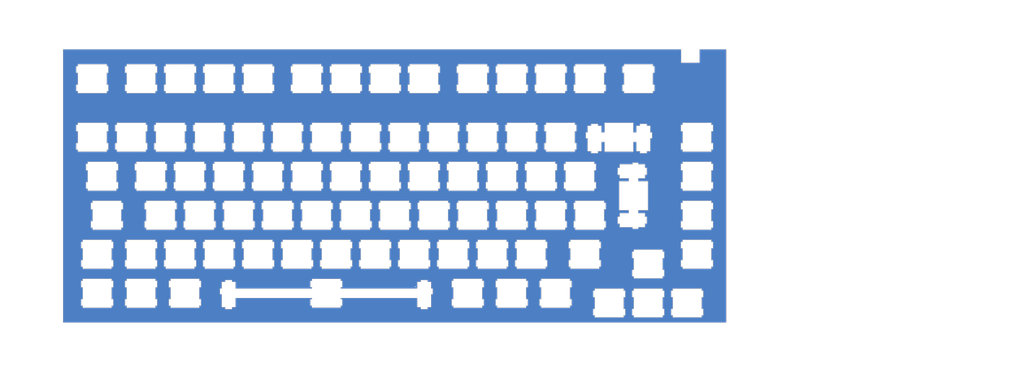
<source format=kicad_pcb>
(kicad_pcb (version 20240108) (generator "pcbnew") (generator_version "8.0")
  (layers (0 "F.Cu" signal) (31 "B.Cu" signal) (34 "B.Paste" user) (35 "F.Paste" user) (36 "B.SilkS" user "B.Silkscreen") (37 "F.SilkS" user "F.Silkscreen") (38 "B.Mask" user) (39 "F.Mask" user) (44 "Edge.Cuts" user))
  (net 0 "")
  (net 1 "GND")
  (footprint "blackwing:CUTOUT_CHERRY_MX_1.00u" (layer "F.Cu") (at 118.75 -14.25))
  (footprint "blackwing:CUTOUT_CHERRY_MX_1.00u" (layer "F.Cu") (at 9.5 52.25))
  (footprint "blackwing:CUTOUT_CHERRY_MX_6.00u" (layer "F.Cu") (at 90.25 90.25))
  (footprint "blackwing:CUTOUT_CHERRY_MX_1.00u" (layer "F.Cu") (at 185.25 14.25))
  (footprint "blackwing:CUTOUT_CHERRY_MX_1.00u" (layer "F.Cu") (at 180.5 90.25))
  (footprint "blackwing:CUTOUT_CHERRY_MX_1.25u" (layer "F.Cu") (at -21.375 71.25))
  (footprint "blackwing:CUTOUT_CHERRY_MX_1.00u" (layer "F.Cu") (at 266 95))
  (footprint "blackwing:CUTOUT_CHERRY_MX_1.00u" (layer "F.Cu") (at 14.25 14.25))
  (footprint "blackwing:CUTOUT_CHERRY_MX_1.00u" (layer "F.Cu") (at 218.5 52.25))
  (footprint "blackwing:CUTOUT_CHERRY_MX_1.00u" (layer "F.Cu") (at 218.5 -14.25))
  (footprint "blackwing:CUTOUT_CHERRY_MX_1.00u" (layer "F.Cu") (at 85.5 52.25))
  (footprint "blackwing:CUTOUT_CHERRY_MX_1.00u" (layer "F.Cu") (at 156.75 33.25))
  (footprint "blackwing:CUTOUT_CHERRY_MX_1.00u" (layer "F.Cu") (at 0 90.25))
  (footprint "blackwing:CUTOUT_CHERRY_MX_1.00u" (layer "F.Cu") (at 4.75 33.25))
  (footprint "blackwing:CUTOUT_CHERRY_MX_1.00u" (layer "F.Cu") (at 28.5 52.25))
  (footprint "blackwing:CUTOUT_CHERRY_MX_1.75u" (layer "F.Cu") (at -16.625 52.25))
  (footprint "blackwing:CUTOUT_CHERRY_MX_1.00u" (layer "F.Cu") (at 19 -14.25))
  (footprint "blackwing:CUTOUT_CHERRY_MX_1.00u" (layer "F.Cu") (at 104.5 52.25))
  (footprint "blackwing:CUTOUT_CHERRY_MX_1.00u" (layer "F.Cu") (at 99.75 33.25))
  (footprint "blackwing:CUTOUT_CHERRY_MX_1.00u" (layer "F.Cu") (at 204.25 14.25))
  (footprint "blackwing:CUTOUT_CHERRY_MX_1.00u" (layer "F.Cu") (at 175.75 33.25))
  (footprint "blackwing:CUTOUT_CHERRY_MX_1.00u" (layer "F.Cu") (at 23.75 33.25))
  (footprint "blackwing:CUTOUT_CHERRY_MX_1.00u" (layer "F.Cu") (at 142.5 52.25))
  (footprint "blackwing:CUTOUT_CHERRY_MX_1.00u" (layer "F.Cu") (at 114 71.25))
  (footprint "blackwing:CUTOUT_CHERRY_MX_1.00u" (layer "F.Cu") (at 52.25 14.25))
  (footprint "blackwing:CUTOUT_CHERRY_MX_1.00u" (layer "F.Cu") (at 128.25 14.25))
  (footprint "blackwing:CUTOUT_CHERRY_MX_1.00u" (layer "F.Cu") (at 270.75 33.25))
  (footprint "blackwing:CUTOUT_CHERRY_MX_1.00u" (layer "F.Cu") (at 180.5 -14.25))
  (footprint "blackwing:CUTOUT_CHERRY_MX_1.00u" (layer "F.Cu") (at 80.75 -14.25))
  (footprint "blackwing:CUTOUT_CHERRY_MX_1.00u" (layer "F.Cu") (at 137.75 33.25))
  (footprint "blackwing:CUTOUT_CHERRY_MX_1.00u" (layer "F.Cu") (at 228 95))
  (footprint "blackwing:CUTOUT_CHERRY_MX_1.00u" (layer "F.Cu") (at 137.75 -14.25))
  (footprint "blackwing:CUTOUT_CHERRY_MX_1.00u" (layer "F.Cu") (at 161.5 -14.25))
  (footprint "blackwing:CUTOUT_CHERRY_MX_1.00u" (layer "F.Cu") (at 0 71.25))
  (footprint "blackwing:CUTOUT_CHERRY_MX_1.00u" (layer "F.Cu") (at 171 71.25))
  (footprint "blackwing:CUTOUT_CHERRY_MX_1.00u" (layer "F.Cu") (at 19 71.25))
  (footprint "blackwing:CUTOUT_CHERRY_MX_1.00u" (layer "F.Cu") (at 80.75 33.25))
  (footprint "blackwing:CUTOUT_CHERRY_MX_1.00u" (layer "F.Cu") (at 42.75 33.25))
  (footprint "blackwing:CUTOUT_CHERRY_MX_1.00u" (layer "F.Cu") (at 38 -14.25))
  (footprint "blackwing:CUTOUT_CHERRY_MX_2.00u" (layer "F.Cu") (at 232.75 14.25))
  (footprint "blackwing:CUTOUT_CHERRY_MX_1.25u" (layer "F.Cu") (at 21.375 90.25))
  (footprint "blackwing:CUTOUT_CHERRY_MX_1.25u" (layer "F.Cu") (at 201.875 90.25))
  (footprint "blackwing:CUTOUT_CHERRY_MX_1.00u" (layer "F.Cu") (at 199.5 -14.25))
  (footprint "blackwing:CUTOUT_CHERRY_MX_1.00u" (layer "F.Cu") (at 270.75 14.25))
  (footprint "blackwing:CUTOUT_CHERRY_MX_1.25u" (layer "F.Cu") (at 159.125 90.25))
  (footprint "blackwing:CUTOUT_CHERRY_MX_1.00u" (layer "F.Cu") (at 61.75 33.25))
  (footprint "blackwing:CUTOUT_CHERRY_MX_1.00u" (layer "F.Cu") (at 242.25 -14.25))
  (footprint "blackwing:CUTOUT_CHERRY_MX_1.00u" (layer "F.Cu") (at 152 71.25))
  (footprint "blackwing:CUTOUT_CHERRY_MX_1.00u" (layer "F.Cu") (at 199.5 52.25))
  (footprint "blackwing:dummy_via" (layer "F.Cu") (at 130.96 92.08))
  (footprint "blackwing:CUTOUT_CHERRY_MX_1.00u" (layer "F.Cu") (at 247 76))
  (footprint "blackwing:CUTOUT_CHERRY_MX_1.00u" (layer "F.Cu") (at 71.25 14.25))
  (footprint "blackwing:CUTOUT_CHERRY_MX_2.00u_Vertical" (layer "F.Cu") (at 239.875 42.75))
  (footprint "blackwing:CUTOUT_CHERRY_MX_1.00u" (layer "F.Cu") (at 118.75 33.25))
  (footprint "blackwing:CUTOUT_CHERRY_MX_1.00u" (layer "F.Cu") (at 147.25 14.25))
  (footprint "blackwing:CUTOUT_CHERRY_MX_1.00u" (layer "F.Cu") (at 213.75 33.25))
  (footprint "blackwing:CUTOUT_CHERRY_MX_1.00u" (layer "F.Cu") (at 0 -14.25))
  (footprint "blackwing:CUTOUT_CHERRY_MX_1.00u" (layer "F.Cu") (at 133 71.25))
  (footprint "blackwing:CUTOUT_CHERRY_MX_1.00u" (layer "F.Cu") (at 270.75 52.25))
  (footprint "blackwing:CUTOUT_CHERRY_MX_1.00u" (layer "F.Cu") (at 47.5 52.25))
  (footprint "blackwing:CUTOUT_CHERRY_MX_1.00u" (layer "F.Cu") (at 194.75 33.25))
  (footprint "blackwing:CUTOUT_CHERRY_MX_1.50u" (layer "F.Cu") (at -19 33.25))
  (footprint "blackwing:CUTOUT_CHERRY_MX_1.00u" (layer "F.Cu") (at 76 71.25))
  (footprint "blackwing:CUTOUT_CHERRY_MX_1.00u" (layer "F.Cu") (at 161.5 52.25))
  (footprint "blackwing:CUTOUT_CHERRY_MX_1.00u" (layer "F.Cu") (at 180.5 52.25))
  (footprint "blackwing:CUTOUT_CHERRY_MX_1.00u" (layer "F.Cu") (at 66.5 52.25))
  (footprint "blackwing:CUTOUT_CHERRY_MX_1.00u" (layer "F.Cu") (at 109.25 14.25))
  (footprint "blackwing:CUTOUT_CHERRY_MX_1.00u" (layer "F.Cu") (at 247 95))
  (footprint "blackwing:CUTOUT_CHERRY_MX_1.00u" (layer "F.Cu") (at -4.75 14.25))
  (footprint "blackwing:CUTOUT_CHERRY_MX_1.75u" (layer "F.Cu") (at 216.125 71.25))
  (footprint "blackwing:CUTOUT_CHERRY_MX_1.00u" (layer "F.Cu") (at 270.75 71.25))
  (footprint "blackwing:CUTOUT_CHERRY_MX_1.00u" (layer "F.Cu") (at 95 71.25))
  (footprint "blackwing:CUTOUT_CHERRY_MX_1.25u" (layer "F.Cu") (at -21.375 90.25))
  (footprint "blackwing:CUTOUT_CHERRY_MX_1.00u" (layer "F.Cu") (at -23.75 14.25))
  (footprint "blackwing:CUTOUT_CHERRY_MX_1.00u" (layer "F.Cu") (at 123.5 52.25))
  (footprint "blackwing:CUTOUT_CHERRY_MX_1.00u" (layer "F.Cu") (at 99.75 -14.25))
  (footprint "blackwing:CUTOUT_CHERRY_MX_1.00u" (layer "F.Cu") (at 38 71.25))
  (footprint "blackwing:CUTOUT_CHERRY_MX_1.00u" (layer "F.Cu") (at 166.25 14.25))
  (footprint "blackwing:CUTOUT_CHERRY_MX_1.00u" (layer "F.Cu") (at 57 -14.25))
  (footprint "blackwing:CUTOUT_CHERRY_MX_1.00u" (layer "F.Cu") (at 57 71.25))
  (footprint "blackwing:CUTOUT_CHERRY_MX_1.00u" (layer "F.Cu") (at 190 71.25))
  (footprint "blackwing:CUTOUT_CHERRY_MX_1.00u" (layer "F.Cu") (at 90.25 14.25))
  (footprint "blackwing:CUTOUT_CHERRY_MX_1.00u" (layer "F.Cu") (at -23.75 -14.25))
  (footprint "blackwing:CUTOUT_CHERRY_MX_1.00u" (layer "F.Cu") (at 33.25 14.25))
  (gr_poly (pts (xy -40.54 -23.42) (xy 260.46 -23.42) (xy 260.46 -16.92) (xy 269.46 -16.92) (xy 269.46 -23.42) (xy 282.46 -23.42) (xy 282.46 109.58) (xy -40.54 109.58)) (stroke (width 0.1)) (fill none) (layer "Edge.Cuts"))
  (zone (net 1) (net_name "GND") (layers "F&B.Cu") (connect_pads (clearance 0.254)) (min_thickness 0.254) (fill yes (thermal_gap 0.254) (thermal_bridge_width 0.254) (island_removal_mode 1) (island_area_min 10))
    (polygon (pts (xy 427.5 142.5) (xy -71.25 142.5) (xy -71.25 -47.5) (xy 427.5 -47.5)))
  )
)
</source>
